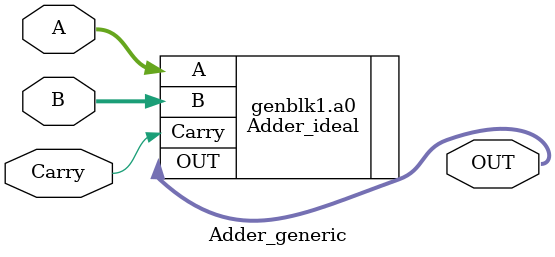
<source format=v>
module Adder_generic #(
    parameter   WIDTH_A         = 16,
    parameter   WIDTH_B         = 16,
    parameter   WIDTH_OUT       = 16,
    parameter   AA_APPROX       = 1,
    parameter   A_APPROX        = 1,
    parameter   ADD_TYPE        = 0,
    parameter   SIGNED          = 0
)(
    input   wire    [WIDTH_A-1:0]   A,
    input   wire    [WIDTH_B-1:0]   B,
    input   wire                    Carry,

    output  wire    [WIDTH_OUT-1:0] OUT

);

    generate
        if(ADD_TYPE == 0) begin
            Adder_ideal #(
                .WIDTH_A(WIDTH_A),
                .WIDTH_B(WIDTH_B)
            ) a0 (
                .A(A),
                .B(B),
                .Carry(Carry),
                .OUT(OUT)
            );
        end
        else if(ADD_TYPE == 1) begin
            Adder_gear #(
                .R(A_APPROX),
                .P(AA_APPROX),
                .WIDTH_A(WIDTH_A),
                .WIDTH_B(WIDTH_B)
            ) a1 (
                .A(A),
                .B(B),
                .Carry(Carry),
                .OUT(OUT)
            );
        end
        else if(ADD_TYPE == 2) begin
            Adder_gear_2c #(
                .R(A_APPROX),
                .P(AA_APPROX),
                .WIDTH_A(WIDTH_A),
                .WIDTH_B(WIDTH_B)
            ) a2 (
                .A(A),
                .B(B),
                .Carry(Carry),
                .OUT(OUT)
            );
        end
        else if(ADD_TYPE == 3) begin
            Adder_loa #(
                .IGNORE_BIT(A_APPROX),
                .WIDTH_A(WIDTH_A),
                .WIDTH_B(WIDTH_B)
            ) a3 (
                .A(A),
                .B(B),
                .Carry(Carry),
                .OUT(OUT)
            );
        end
        else if(ADD_TYPE == 4) begin
            Adder_trua #(
                .IGNORE_BIT(A_APPROX),
                .WIDTH_A(WIDTH_A),
                .WIDTH_B(WIDTH_B)
            ) a4 (
                .A(A),
                .B(B),
                .Carry(Carry),
                .OUT(OUT)
            );
        end
        else if(ADD_TYPE == 5) begin
            Adder_truah #(
                .IGNORE_BIT(A_APPROX),
                .WIDTH_A(WIDTH_A),
                .WIDTH_B(WIDTH_B)
            ) a4 (
                .A(A),
                .B(B),
                .Carry(Carry),
                .OUT(OUT)
            );
        end
    endgenerate

endmodule

</source>
